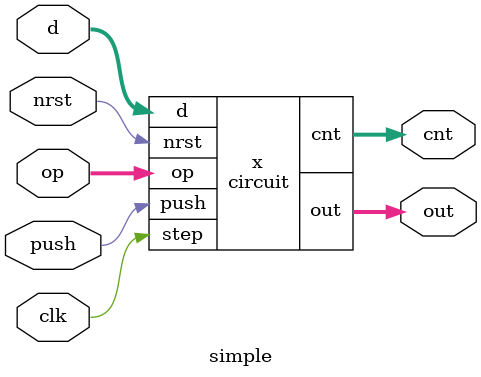
<source format=sv>
module circuit(
  input nrst, step, push, 
  input [1:0] op,
  input [15:0] d,
  output [15:0] out,
  output [9:0] cnt
);
  logic [15:0] mem [0:1023];
  
  always_ff @(posedge step) begin
    if(push)       		  mem[cnt] <= d;
    else if(op == 2'b01)  mem[cnt - 1] <= -mem[cnt - 1];
    else if(op == 2'b10)  mem[cnt - 2] <= mem[cnt - 1] + mem[cnt - 2];
    else if(op == 2'b11)  mem[cnt - 2] <= mem[cnt - 1] * mem[cnt - 2];
  end
  
  always_ff @(posedge step or negedge nrst) begin
    if(!nrst)   						cnt <= 0;
    else if(push)  						cnt <= cnt + 1;
    else if((op == 2'b10 || op == 2'b11) && cnt > 0) cnt <= cnt - 1;
  end
  
  always_ff @(posedge step) begin
    if(!nrst)   		 out <= 0;
    else if(push)        out <= d;
    else if(op == 2'b01) out <= -mem[cnt - 1];
    else if(op == 2'b10) out <= mem[cnt - 1] + mem[cnt - 2];
    else if(op == 2'b11) out <= mem[cnt - 1] * mem[cnt - 2];
    else                 out <= mem[cnt - 1];    
  end
endmodule

module simple (
  input nrst, clk, push,
  input [15:0] d,
  input [1:0] op,
  output [9:0] cnt,
  output [15:0] out
);
  circuit x(nrst, clk, push, op, d, out, cnt);
endmodule 
</source>
